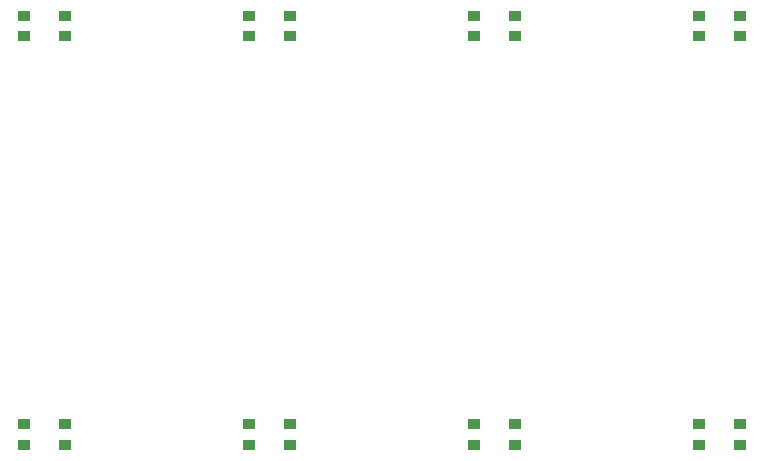
<source format=gbr>
G04 EAGLE Gerber RS-274X export*
G75*
%MOMM*%
%FSLAX34Y34*%
%LPD*%
%INSolderpaste Top*%
%IPPOS*%
%AMOC8*
5,1,8,0,0,1.08239X$1,22.5*%
G01*
%ADD10R,1.000000X0.850000*%


D10*
X128550Y429438D03*
X163550Y429438D03*
X128550Y411938D03*
X163550Y411938D03*
X319050Y429438D03*
X354050Y429438D03*
X319050Y411938D03*
X354050Y411938D03*
X509550Y429438D03*
X544550Y429438D03*
X509550Y411938D03*
X544550Y411938D03*
X700050Y429438D03*
X735050Y429438D03*
X700050Y411938D03*
X735050Y411938D03*
X128550Y83363D03*
X163550Y83363D03*
X128550Y65863D03*
X163550Y65863D03*
X319050Y83363D03*
X354050Y83363D03*
X319050Y65863D03*
X354050Y65863D03*
X509550Y83363D03*
X544550Y83363D03*
X509550Y65863D03*
X544550Y65863D03*
X700050Y83363D03*
X735050Y83363D03*
X700050Y65863D03*
X735050Y65863D03*
M02*

</source>
